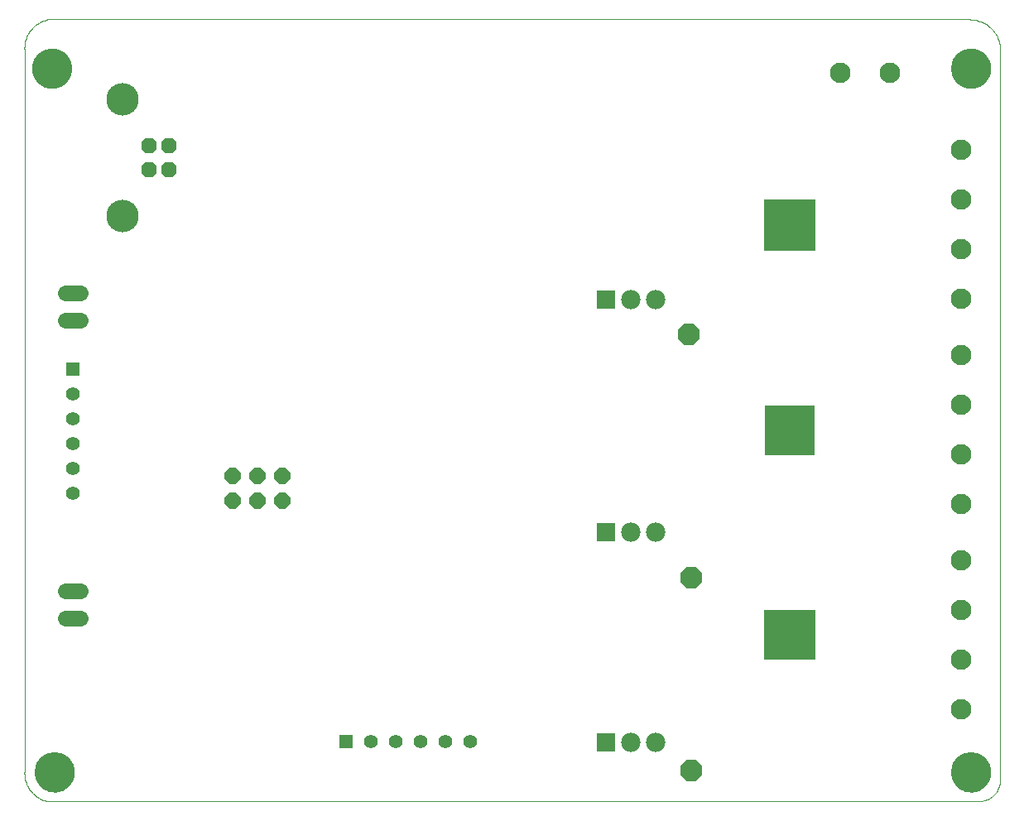
<source format=gbs>
G75*
G70*
%OFA0B0*%
%FSLAX24Y24*%
%IPPOS*%
%LPD*%
%AMOC8*
5,1,8,0,0,1.08239X$1,22.5*
%
%ADD10C,0.0000*%
%ADD11C,0.1615*%
%ADD12R,0.2100X0.2100*%
%ADD13R,0.2050X0.2050*%
%ADD14R,0.2100X0.2050*%
%ADD15C,0.0827*%
%ADD16C,0.0640*%
%ADD17R,0.0780X0.0780*%
%ADD18C,0.0780*%
%ADD19OC8,0.0890*%
%ADD20OC8,0.0614*%
%ADD21C,0.1306*%
%ADD22OC8,0.0640*%
%ADD23R,0.0555X0.0555*%
%ADD24C,0.0555*%
D10*
X001176Y000158D02*
X038639Y000158D01*
X038697Y000160D01*
X038755Y000166D01*
X038812Y000175D01*
X038869Y000188D01*
X038924Y000205D01*
X038978Y000226D01*
X039031Y000249D01*
X039083Y000277D01*
X039132Y000307D01*
X039179Y000341D01*
X039224Y000378D01*
X039266Y000418D01*
X039306Y000460D01*
X039343Y000505D01*
X039377Y000552D01*
X039407Y000602D01*
X039435Y000653D01*
X039458Y000706D01*
X039479Y000760D01*
X039496Y000815D01*
X039509Y000872D01*
X039518Y000929D01*
X039524Y000987D01*
X039526Y001045D01*
X039526Y030418D01*
X039524Y030487D01*
X039518Y030556D01*
X039509Y030625D01*
X039495Y030693D01*
X039478Y030760D01*
X039457Y030826D01*
X039432Y030891D01*
X039404Y030954D01*
X039372Y031016D01*
X039337Y031076D01*
X039298Y031133D01*
X039256Y031189D01*
X039212Y031242D01*
X039164Y031292D01*
X039114Y031340D01*
X039061Y031384D01*
X039005Y031426D01*
X038948Y031465D01*
X038888Y031500D01*
X038826Y031532D01*
X038763Y031560D01*
X038698Y031585D01*
X038632Y031606D01*
X038565Y031623D01*
X038497Y031637D01*
X038428Y031646D01*
X038359Y031652D01*
X038290Y031654D01*
X001173Y031654D01*
X001108Y031639D01*
X001045Y031619D01*
X000982Y031596D01*
X000921Y031570D01*
X000861Y031540D01*
X000803Y031507D01*
X000748Y031470D01*
X000694Y031431D01*
X000642Y031389D01*
X000593Y031343D01*
X000547Y031296D01*
X000503Y031245D01*
X000463Y031192D01*
X000425Y031137D01*
X000390Y031080D01*
X000359Y031022D01*
X000331Y030961D01*
X000307Y030899D01*
X000286Y030836D01*
X000268Y030772D01*
X000254Y030706D01*
X000244Y030641D01*
X000238Y030574D01*
X000235Y030508D01*
X000236Y030441D01*
X000241Y030375D01*
X000249Y030309D01*
X000262Y030243D01*
X000262Y001572D01*
X000249Y001506D01*
X000241Y001440D01*
X000236Y001373D01*
X000235Y001307D01*
X000238Y001240D01*
X000244Y001173D01*
X000254Y001107D01*
X000268Y001042D01*
X000286Y000978D01*
X000307Y000914D01*
X000332Y000852D01*
X000360Y000791D01*
X000391Y000733D01*
X000426Y000675D01*
X000464Y000620D01*
X000504Y000567D01*
X000548Y000517D01*
X000595Y000469D01*
X000644Y000424D01*
X000695Y000381D01*
X000749Y000342D01*
X000805Y000305D01*
X000863Y000272D01*
X000923Y000242D01*
X000984Y000216D01*
X001047Y000193D01*
X001111Y000173D01*
X001176Y000158D01*
X000656Y001339D02*
X000658Y001395D01*
X000664Y001450D01*
X000674Y001504D01*
X000687Y001558D01*
X000705Y001611D01*
X000726Y001662D01*
X000750Y001712D01*
X000778Y001760D01*
X000810Y001806D01*
X000844Y001850D01*
X000882Y001891D01*
X000922Y001929D01*
X000965Y001964D01*
X001010Y001996D01*
X001058Y002025D01*
X001107Y002051D01*
X001158Y002073D01*
X001210Y002091D01*
X001264Y002105D01*
X001319Y002116D01*
X001374Y002123D01*
X001429Y002126D01*
X001485Y002125D01*
X001540Y002120D01*
X001595Y002111D01*
X001649Y002099D01*
X001702Y002082D01*
X001754Y002062D01*
X001804Y002038D01*
X001852Y002011D01*
X001899Y001981D01*
X001943Y001947D01*
X001985Y001910D01*
X002023Y001870D01*
X002060Y001828D01*
X002093Y001783D01*
X002122Y001737D01*
X002149Y001688D01*
X002171Y001637D01*
X002191Y001585D01*
X002206Y001531D01*
X002218Y001477D01*
X002226Y001422D01*
X002230Y001367D01*
X002230Y001311D01*
X002226Y001256D01*
X002218Y001201D01*
X002206Y001147D01*
X002191Y001093D01*
X002171Y001041D01*
X002149Y000990D01*
X002122Y000941D01*
X002093Y000895D01*
X002060Y000850D01*
X002023Y000808D01*
X001985Y000768D01*
X001943Y000731D01*
X001899Y000697D01*
X001852Y000667D01*
X001804Y000640D01*
X001754Y000616D01*
X001702Y000596D01*
X001649Y000579D01*
X001595Y000567D01*
X001540Y000558D01*
X001485Y000553D01*
X001429Y000552D01*
X001374Y000555D01*
X001319Y000562D01*
X001264Y000573D01*
X001210Y000587D01*
X001158Y000605D01*
X001107Y000627D01*
X001058Y000653D01*
X001010Y000682D01*
X000965Y000714D01*
X000922Y000749D01*
X000882Y000787D01*
X000844Y000828D01*
X000810Y000872D01*
X000778Y000918D01*
X000750Y000966D01*
X000726Y001016D01*
X000705Y001067D01*
X000687Y001120D01*
X000674Y001174D01*
X000664Y001228D01*
X000658Y001283D01*
X000656Y001339D01*
X000550Y029686D02*
X000552Y029742D01*
X000558Y029797D01*
X000568Y029851D01*
X000581Y029905D01*
X000599Y029958D01*
X000620Y030009D01*
X000644Y030059D01*
X000672Y030107D01*
X000704Y030153D01*
X000738Y030197D01*
X000776Y030238D01*
X000816Y030276D01*
X000859Y030311D01*
X000904Y030343D01*
X000952Y030372D01*
X001001Y030398D01*
X001052Y030420D01*
X001104Y030438D01*
X001158Y030452D01*
X001213Y030463D01*
X001268Y030470D01*
X001323Y030473D01*
X001379Y030472D01*
X001434Y030467D01*
X001489Y030458D01*
X001543Y030446D01*
X001596Y030429D01*
X001648Y030409D01*
X001698Y030385D01*
X001746Y030358D01*
X001793Y030328D01*
X001837Y030294D01*
X001879Y030257D01*
X001917Y030217D01*
X001954Y030175D01*
X001987Y030130D01*
X002016Y030084D01*
X002043Y030035D01*
X002065Y029984D01*
X002085Y029932D01*
X002100Y029878D01*
X002112Y029824D01*
X002120Y029769D01*
X002124Y029714D01*
X002124Y029658D01*
X002120Y029603D01*
X002112Y029548D01*
X002100Y029494D01*
X002085Y029440D01*
X002065Y029388D01*
X002043Y029337D01*
X002016Y029288D01*
X001987Y029242D01*
X001954Y029197D01*
X001917Y029155D01*
X001879Y029115D01*
X001837Y029078D01*
X001793Y029044D01*
X001746Y029014D01*
X001698Y028987D01*
X001648Y028963D01*
X001596Y028943D01*
X001543Y028926D01*
X001489Y028914D01*
X001434Y028905D01*
X001379Y028900D01*
X001323Y028899D01*
X001268Y028902D01*
X001213Y028909D01*
X001158Y028920D01*
X001104Y028934D01*
X001052Y028952D01*
X001001Y028974D01*
X000952Y029000D01*
X000904Y029029D01*
X000859Y029061D01*
X000816Y029096D01*
X000776Y029134D01*
X000738Y029175D01*
X000704Y029219D01*
X000672Y029265D01*
X000644Y029313D01*
X000620Y029363D01*
X000599Y029414D01*
X000581Y029467D01*
X000568Y029521D01*
X000558Y029575D01*
X000552Y029630D01*
X000550Y029686D01*
X037558Y029686D02*
X037560Y029742D01*
X037566Y029797D01*
X037576Y029851D01*
X037589Y029905D01*
X037607Y029958D01*
X037628Y030009D01*
X037652Y030059D01*
X037680Y030107D01*
X037712Y030153D01*
X037746Y030197D01*
X037784Y030238D01*
X037824Y030276D01*
X037867Y030311D01*
X037912Y030343D01*
X037960Y030372D01*
X038009Y030398D01*
X038060Y030420D01*
X038112Y030438D01*
X038166Y030452D01*
X038221Y030463D01*
X038276Y030470D01*
X038331Y030473D01*
X038387Y030472D01*
X038442Y030467D01*
X038497Y030458D01*
X038551Y030446D01*
X038604Y030429D01*
X038656Y030409D01*
X038706Y030385D01*
X038754Y030358D01*
X038801Y030328D01*
X038845Y030294D01*
X038887Y030257D01*
X038925Y030217D01*
X038962Y030175D01*
X038995Y030130D01*
X039024Y030084D01*
X039051Y030035D01*
X039073Y029984D01*
X039093Y029932D01*
X039108Y029878D01*
X039120Y029824D01*
X039128Y029769D01*
X039132Y029714D01*
X039132Y029658D01*
X039128Y029603D01*
X039120Y029548D01*
X039108Y029494D01*
X039093Y029440D01*
X039073Y029388D01*
X039051Y029337D01*
X039024Y029288D01*
X038995Y029242D01*
X038962Y029197D01*
X038925Y029155D01*
X038887Y029115D01*
X038845Y029078D01*
X038801Y029044D01*
X038754Y029014D01*
X038706Y028987D01*
X038656Y028963D01*
X038604Y028943D01*
X038551Y028926D01*
X038497Y028914D01*
X038442Y028905D01*
X038387Y028900D01*
X038331Y028899D01*
X038276Y028902D01*
X038221Y028909D01*
X038166Y028920D01*
X038112Y028934D01*
X038060Y028952D01*
X038009Y028974D01*
X037960Y029000D01*
X037912Y029029D01*
X037867Y029061D01*
X037824Y029096D01*
X037784Y029134D01*
X037746Y029175D01*
X037712Y029219D01*
X037680Y029265D01*
X037652Y029313D01*
X037628Y029363D01*
X037607Y029414D01*
X037589Y029467D01*
X037576Y029521D01*
X037566Y029575D01*
X037560Y029630D01*
X037558Y029686D01*
X037558Y001339D02*
X037560Y001395D01*
X037566Y001450D01*
X037576Y001504D01*
X037589Y001558D01*
X037607Y001611D01*
X037628Y001662D01*
X037652Y001712D01*
X037680Y001760D01*
X037712Y001806D01*
X037746Y001850D01*
X037784Y001891D01*
X037824Y001929D01*
X037867Y001964D01*
X037912Y001996D01*
X037960Y002025D01*
X038009Y002051D01*
X038060Y002073D01*
X038112Y002091D01*
X038166Y002105D01*
X038221Y002116D01*
X038276Y002123D01*
X038331Y002126D01*
X038387Y002125D01*
X038442Y002120D01*
X038497Y002111D01*
X038551Y002099D01*
X038604Y002082D01*
X038656Y002062D01*
X038706Y002038D01*
X038754Y002011D01*
X038801Y001981D01*
X038845Y001947D01*
X038887Y001910D01*
X038925Y001870D01*
X038962Y001828D01*
X038995Y001783D01*
X039024Y001737D01*
X039051Y001688D01*
X039073Y001637D01*
X039093Y001585D01*
X039108Y001531D01*
X039120Y001477D01*
X039128Y001422D01*
X039132Y001367D01*
X039132Y001311D01*
X039128Y001256D01*
X039120Y001201D01*
X039108Y001147D01*
X039093Y001093D01*
X039073Y001041D01*
X039051Y000990D01*
X039024Y000941D01*
X038995Y000895D01*
X038962Y000850D01*
X038925Y000808D01*
X038887Y000768D01*
X038845Y000731D01*
X038801Y000697D01*
X038754Y000667D01*
X038706Y000640D01*
X038656Y000616D01*
X038604Y000596D01*
X038551Y000579D01*
X038497Y000567D01*
X038442Y000558D01*
X038387Y000553D01*
X038331Y000552D01*
X038276Y000555D01*
X038221Y000562D01*
X038166Y000573D01*
X038112Y000587D01*
X038060Y000605D01*
X038009Y000627D01*
X037960Y000653D01*
X037912Y000682D01*
X037867Y000714D01*
X037824Y000749D01*
X037784Y000787D01*
X037746Y000828D01*
X037712Y000872D01*
X037680Y000918D01*
X037652Y000966D01*
X037628Y001016D01*
X037607Y001067D01*
X037589Y001120D01*
X037576Y001174D01*
X037566Y001228D01*
X037560Y001283D01*
X037558Y001339D01*
D11*
X038345Y001339D03*
X038345Y029686D03*
X001337Y029686D03*
X001443Y001339D03*
D12*
X031036Y023384D03*
D13*
X031061Y015109D03*
D14*
X031036Y006859D03*
D15*
X037961Y005859D03*
X037961Y003859D03*
X037961Y007859D03*
X037961Y009859D03*
X037961Y012127D03*
X037961Y014127D03*
X037961Y016127D03*
X037961Y018127D03*
X037961Y020395D03*
X037961Y022395D03*
X037961Y024395D03*
X037961Y026395D03*
X035093Y029502D03*
X033093Y029502D03*
D16*
X002486Y020634D02*
X001886Y020634D01*
X001886Y019534D02*
X002486Y019534D01*
X002486Y008634D02*
X001886Y008634D01*
X001886Y007534D02*
X002486Y007534D01*
D17*
X023645Y011011D03*
X023645Y002552D03*
X023645Y020359D03*
D18*
X024645Y020359D03*
X025645Y020359D03*
X025645Y011011D03*
X024645Y011011D03*
X024645Y002552D03*
X025645Y002552D03*
D19*
X027086Y001414D03*
X027086Y009182D03*
X026986Y018969D03*
D20*
X006041Y025592D03*
X005253Y025592D03*
X005253Y026576D03*
X006041Y026576D03*
D21*
X004186Y028446D03*
X004186Y023722D03*
D22*
X008605Y013257D03*
X009605Y013257D03*
X010605Y013257D03*
X010605Y012257D03*
X009605Y012257D03*
X008605Y012257D03*
D23*
X002186Y017584D03*
X013186Y002584D03*
D24*
X014186Y002584D03*
X015186Y002584D03*
X016186Y002584D03*
X017186Y002584D03*
X018186Y002584D03*
X002186Y012584D03*
X002186Y013584D03*
X002186Y014584D03*
X002186Y015584D03*
X002186Y016584D03*
M02*

</source>
